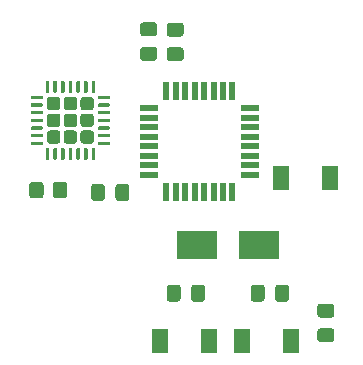
<source format=gtp>
%TF.GenerationSoftware,KiCad,Pcbnew,(5.1.12)-1*%
%TF.CreationDate,2021-12-20T15:12:04-08:00*%
%TF.ProjectId,controlBoard,636f6e74-726f-46c4-926f-6172642e6b69,rev?*%
%TF.SameCoordinates,Original*%
%TF.FileFunction,Paste,Top*%
%TF.FilePolarity,Positive*%
%FSLAX46Y46*%
G04 Gerber Fmt 4.6, Leading zero omitted, Abs format (unit mm)*
G04 Created by KiCad (PCBNEW (5.1.12)-1) date 2021-12-20 15:12:04*
%MOMM*%
%LPD*%
G01*
G04 APERTURE LIST*
%ADD10R,1.600000X0.550000*%
%ADD11R,0.550000X1.600000*%
%ADD12R,1.350000X2.000000*%
%ADD13R,3.500000X2.400000*%
G04 APERTURE END LIST*
D10*
X152050000Y-84186000D03*
X152050000Y-83386000D03*
X152050000Y-82586000D03*
X152050000Y-81786000D03*
X152050000Y-80986000D03*
X152050000Y-80186000D03*
X152050000Y-79386000D03*
X152050000Y-78586000D03*
D11*
X153500000Y-77136000D03*
X154300000Y-77136000D03*
X155100000Y-77136000D03*
X155900000Y-77136000D03*
X156700000Y-77136000D03*
X157500000Y-77136000D03*
X158300000Y-77136000D03*
X159100000Y-77136000D03*
D10*
X160550000Y-78586000D03*
X160550000Y-79386000D03*
X160550000Y-80186000D03*
X160550000Y-80986000D03*
X160550000Y-81786000D03*
X160550000Y-82586000D03*
X160550000Y-83386000D03*
X160550000Y-84186000D03*
D11*
X159100000Y-85636000D03*
X158300000Y-85636000D03*
X157500000Y-85636000D03*
X156700000Y-85636000D03*
X155900000Y-85636000D03*
X155100000Y-85636000D03*
X154300000Y-85636000D03*
X153500000Y-85636000D03*
D12*
X164075000Y-98250000D03*
X159925000Y-98250000D03*
X152925000Y-98250000D03*
X157075000Y-98250000D03*
X163175000Y-84500000D03*
X167325000Y-84500000D03*
D13*
X161313000Y-90174400D03*
X156113000Y-90174400D03*
G36*
G01*
X154725000Y-72512500D02*
X153775000Y-72512500D01*
G75*
G02*
X153525000Y-72262500I0J250000D01*
G01*
X153525000Y-71587500D01*
G75*
G02*
X153775000Y-71337500I250000J0D01*
G01*
X154725000Y-71337500D01*
G75*
G02*
X154975000Y-71587500I0J-250000D01*
G01*
X154975000Y-72262500D01*
G75*
G02*
X154725000Y-72512500I-250000J0D01*
G01*
G37*
G36*
G01*
X154725000Y-74587500D02*
X153775000Y-74587500D01*
G75*
G02*
X153525000Y-74337500I0J250000D01*
G01*
X153525000Y-73662500D01*
G75*
G02*
X153775000Y-73412500I250000J0D01*
G01*
X154725000Y-73412500D01*
G75*
G02*
X154975000Y-73662500I0J-250000D01*
G01*
X154975000Y-74337500D01*
G75*
G02*
X154725000Y-74587500I-250000J0D01*
G01*
G37*
G36*
G01*
X166525000Y-97200000D02*
X167475000Y-97200000D01*
G75*
G02*
X167725000Y-97450000I0J-250000D01*
G01*
X167725000Y-98125000D01*
G75*
G02*
X167475000Y-98375000I-250000J0D01*
G01*
X166525000Y-98375000D01*
G75*
G02*
X166275000Y-98125000I0J250000D01*
G01*
X166275000Y-97450000D01*
G75*
G02*
X166525000Y-97200000I250000J0D01*
G01*
G37*
G36*
G01*
X166525000Y-95125000D02*
X167475000Y-95125000D01*
G75*
G02*
X167725000Y-95375000I0J-250000D01*
G01*
X167725000Y-96050000D01*
G75*
G02*
X167475000Y-96300000I-250000J0D01*
G01*
X166525000Y-96300000D01*
G75*
G02*
X166275000Y-96050000I0J250000D01*
G01*
X166275000Y-95375000D01*
G75*
G02*
X166525000Y-95125000I250000J0D01*
G01*
G37*
G36*
G01*
X147253000Y-76250000D02*
X147403000Y-76250000D01*
G75*
G02*
X147478000Y-76325000I0J-75000D01*
G01*
X147478000Y-77200000D01*
G75*
G02*
X147403000Y-77275000I-75000J0D01*
G01*
X147253000Y-77275000D01*
G75*
G02*
X147178000Y-77200000I0J75000D01*
G01*
X147178000Y-76325000D01*
G75*
G02*
X147253000Y-76250000I75000J0D01*
G01*
G37*
G36*
G01*
X146603000Y-76250000D02*
X146753000Y-76250000D01*
G75*
G02*
X146828000Y-76325000I0J-75000D01*
G01*
X146828000Y-77200000D01*
G75*
G02*
X146753000Y-77275000I-75000J0D01*
G01*
X146603000Y-77275000D01*
G75*
G02*
X146528000Y-77200000I0J75000D01*
G01*
X146528000Y-76325000D01*
G75*
G02*
X146603000Y-76250000I75000J0D01*
G01*
G37*
G36*
G01*
X145953000Y-76250000D02*
X146103000Y-76250000D01*
G75*
G02*
X146178000Y-76325000I0J-75000D01*
G01*
X146178000Y-77200000D01*
G75*
G02*
X146103000Y-77275000I-75000J0D01*
G01*
X145953000Y-77275000D01*
G75*
G02*
X145878000Y-77200000I0J75000D01*
G01*
X145878000Y-76325000D01*
G75*
G02*
X145953000Y-76250000I75000J0D01*
G01*
G37*
G36*
G01*
X145303000Y-76250000D02*
X145453000Y-76250000D01*
G75*
G02*
X145528000Y-76325000I0J-75000D01*
G01*
X145528000Y-77200000D01*
G75*
G02*
X145453000Y-77275000I-75000J0D01*
G01*
X145303000Y-77275000D01*
G75*
G02*
X145228000Y-77200000I0J75000D01*
G01*
X145228000Y-76325000D01*
G75*
G02*
X145303000Y-76250000I75000J0D01*
G01*
G37*
G36*
G01*
X144653000Y-76250000D02*
X144803000Y-76250000D01*
G75*
G02*
X144878000Y-76325000I0J-75000D01*
G01*
X144878000Y-77200000D01*
G75*
G02*
X144803000Y-77275000I-75000J0D01*
G01*
X144653000Y-77275000D01*
G75*
G02*
X144578000Y-77200000I0J75000D01*
G01*
X144578000Y-76325000D01*
G75*
G02*
X144653000Y-76250000I75000J0D01*
G01*
G37*
G36*
G01*
X144003000Y-76250000D02*
X144153000Y-76250000D01*
G75*
G02*
X144228000Y-76325000I0J-75000D01*
G01*
X144228000Y-77200000D01*
G75*
G02*
X144153000Y-77275000I-75000J0D01*
G01*
X144003000Y-77275000D01*
G75*
G02*
X143928000Y-77200000I0J75000D01*
G01*
X143928000Y-76325000D01*
G75*
G02*
X144003000Y-76250000I75000J0D01*
G01*
G37*
G36*
G01*
X143353000Y-76250000D02*
X143503000Y-76250000D01*
G75*
G02*
X143578000Y-76325000I0J-75000D01*
G01*
X143578000Y-77200000D01*
G75*
G02*
X143503000Y-77275000I-75000J0D01*
G01*
X143353000Y-77275000D01*
G75*
G02*
X143278000Y-77200000I0J75000D01*
G01*
X143278000Y-76325000D01*
G75*
G02*
X143353000Y-76250000I75000J0D01*
G01*
G37*
G36*
G01*
X142103000Y-77500000D02*
X142978000Y-77500000D01*
G75*
G02*
X143053000Y-77575000I0J-75000D01*
G01*
X143053000Y-77725000D01*
G75*
G02*
X142978000Y-77800000I-75000J0D01*
G01*
X142103000Y-77800000D01*
G75*
G02*
X142028000Y-77725000I0J75000D01*
G01*
X142028000Y-77575000D01*
G75*
G02*
X142103000Y-77500000I75000J0D01*
G01*
G37*
G36*
G01*
X142103000Y-78150000D02*
X142978000Y-78150000D01*
G75*
G02*
X143053000Y-78225000I0J-75000D01*
G01*
X143053000Y-78375000D01*
G75*
G02*
X142978000Y-78450000I-75000J0D01*
G01*
X142103000Y-78450000D01*
G75*
G02*
X142028000Y-78375000I0J75000D01*
G01*
X142028000Y-78225000D01*
G75*
G02*
X142103000Y-78150000I75000J0D01*
G01*
G37*
G36*
G01*
X142103000Y-78800000D02*
X142978000Y-78800000D01*
G75*
G02*
X143053000Y-78875000I0J-75000D01*
G01*
X143053000Y-79025000D01*
G75*
G02*
X142978000Y-79100000I-75000J0D01*
G01*
X142103000Y-79100000D01*
G75*
G02*
X142028000Y-79025000I0J75000D01*
G01*
X142028000Y-78875000D01*
G75*
G02*
X142103000Y-78800000I75000J0D01*
G01*
G37*
G36*
G01*
X142103000Y-79450000D02*
X142978000Y-79450000D01*
G75*
G02*
X143053000Y-79525000I0J-75000D01*
G01*
X143053000Y-79675000D01*
G75*
G02*
X142978000Y-79750000I-75000J0D01*
G01*
X142103000Y-79750000D01*
G75*
G02*
X142028000Y-79675000I0J75000D01*
G01*
X142028000Y-79525000D01*
G75*
G02*
X142103000Y-79450000I75000J0D01*
G01*
G37*
G36*
G01*
X142103000Y-80100000D02*
X142978000Y-80100000D01*
G75*
G02*
X143053000Y-80175000I0J-75000D01*
G01*
X143053000Y-80325000D01*
G75*
G02*
X142978000Y-80400000I-75000J0D01*
G01*
X142103000Y-80400000D01*
G75*
G02*
X142028000Y-80325000I0J75000D01*
G01*
X142028000Y-80175000D01*
G75*
G02*
X142103000Y-80100000I75000J0D01*
G01*
G37*
G36*
G01*
X142103000Y-80750000D02*
X142978000Y-80750000D01*
G75*
G02*
X143053000Y-80825000I0J-75000D01*
G01*
X143053000Y-80975000D01*
G75*
G02*
X142978000Y-81050000I-75000J0D01*
G01*
X142103000Y-81050000D01*
G75*
G02*
X142028000Y-80975000I0J75000D01*
G01*
X142028000Y-80825000D01*
G75*
G02*
X142103000Y-80750000I75000J0D01*
G01*
G37*
G36*
G01*
X142103000Y-81400000D02*
X142978000Y-81400000D01*
G75*
G02*
X143053000Y-81475000I0J-75000D01*
G01*
X143053000Y-81625000D01*
G75*
G02*
X142978000Y-81700000I-75000J0D01*
G01*
X142103000Y-81700000D01*
G75*
G02*
X142028000Y-81625000I0J75000D01*
G01*
X142028000Y-81475000D01*
G75*
G02*
X142103000Y-81400000I75000J0D01*
G01*
G37*
G36*
G01*
X143353000Y-81925000D02*
X143503000Y-81925000D01*
G75*
G02*
X143578000Y-82000000I0J-75000D01*
G01*
X143578000Y-82875000D01*
G75*
G02*
X143503000Y-82950000I-75000J0D01*
G01*
X143353000Y-82950000D01*
G75*
G02*
X143278000Y-82875000I0J75000D01*
G01*
X143278000Y-82000000D01*
G75*
G02*
X143353000Y-81925000I75000J0D01*
G01*
G37*
G36*
G01*
X144003000Y-81925000D02*
X144153000Y-81925000D01*
G75*
G02*
X144228000Y-82000000I0J-75000D01*
G01*
X144228000Y-82875000D01*
G75*
G02*
X144153000Y-82950000I-75000J0D01*
G01*
X144003000Y-82950000D01*
G75*
G02*
X143928000Y-82875000I0J75000D01*
G01*
X143928000Y-82000000D01*
G75*
G02*
X144003000Y-81925000I75000J0D01*
G01*
G37*
G36*
G01*
X144653000Y-81925000D02*
X144803000Y-81925000D01*
G75*
G02*
X144878000Y-82000000I0J-75000D01*
G01*
X144878000Y-82875000D01*
G75*
G02*
X144803000Y-82950000I-75000J0D01*
G01*
X144653000Y-82950000D01*
G75*
G02*
X144578000Y-82875000I0J75000D01*
G01*
X144578000Y-82000000D01*
G75*
G02*
X144653000Y-81925000I75000J0D01*
G01*
G37*
G36*
G01*
X145303000Y-81925000D02*
X145453000Y-81925000D01*
G75*
G02*
X145528000Y-82000000I0J-75000D01*
G01*
X145528000Y-82875000D01*
G75*
G02*
X145453000Y-82950000I-75000J0D01*
G01*
X145303000Y-82950000D01*
G75*
G02*
X145228000Y-82875000I0J75000D01*
G01*
X145228000Y-82000000D01*
G75*
G02*
X145303000Y-81925000I75000J0D01*
G01*
G37*
G36*
G01*
X145953000Y-81925000D02*
X146103000Y-81925000D01*
G75*
G02*
X146178000Y-82000000I0J-75000D01*
G01*
X146178000Y-82875000D01*
G75*
G02*
X146103000Y-82950000I-75000J0D01*
G01*
X145953000Y-82950000D01*
G75*
G02*
X145878000Y-82875000I0J75000D01*
G01*
X145878000Y-82000000D01*
G75*
G02*
X145953000Y-81925000I75000J0D01*
G01*
G37*
G36*
G01*
X146603000Y-81925000D02*
X146753000Y-81925000D01*
G75*
G02*
X146828000Y-82000000I0J-75000D01*
G01*
X146828000Y-82875000D01*
G75*
G02*
X146753000Y-82950000I-75000J0D01*
G01*
X146603000Y-82950000D01*
G75*
G02*
X146528000Y-82875000I0J75000D01*
G01*
X146528000Y-82000000D01*
G75*
G02*
X146603000Y-81925000I75000J0D01*
G01*
G37*
G36*
G01*
X147253000Y-81925000D02*
X147403000Y-81925000D01*
G75*
G02*
X147478000Y-82000000I0J-75000D01*
G01*
X147478000Y-82875000D01*
G75*
G02*
X147403000Y-82950000I-75000J0D01*
G01*
X147253000Y-82950000D01*
G75*
G02*
X147178000Y-82875000I0J75000D01*
G01*
X147178000Y-82000000D01*
G75*
G02*
X147253000Y-81925000I75000J0D01*
G01*
G37*
G36*
G01*
X147778000Y-81400000D02*
X148653000Y-81400000D01*
G75*
G02*
X148728000Y-81475000I0J-75000D01*
G01*
X148728000Y-81625000D01*
G75*
G02*
X148653000Y-81700000I-75000J0D01*
G01*
X147778000Y-81700000D01*
G75*
G02*
X147703000Y-81625000I0J75000D01*
G01*
X147703000Y-81475000D01*
G75*
G02*
X147778000Y-81400000I75000J0D01*
G01*
G37*
G36*
G01*
X147778000Y-80750000D02*
X148653000Y-80750000D01*
G75*
G02*
X148728000Y-80825000I0J-75000D01*
G01*
X148728000Y-80975000D01*
G75*
G02*
X148653000Y-81050000I-75000J0D01*
G01*
X147778000Y-81050000D01*
G75*
G02*
X147703000Y-80975000I0J75000D01*
G01*
X147703000Y-80825000D01*
G75*
G02*
X147778000Y-80750000I75000J0D01*
G01*
G37*
G36*
G01*
X147778000Y-80100000D02*
X148653000Y-80100000D01*
G75*
G02*
X148728000Y-80175000I0J-75000D01*
G01*
X148728000Y-80325000D01*
G75*
G02*
X148653000Y-80400000I-75000J0D01*
G01*
X147778000Y-80400000D01*
G75*
G02*
X147703000Y-80325000I0J75000D01*
G01*
X147703000Y-80175000D01*
G75*
G02*
X147778000Y-80100000I75000J0D01*
G01*
G37*
G36*
G01*
X147778000Y-79450000D02*
X148653000Y-79450000D01*
G75*
G02*
X148728000Y-79525000I0J-75000D01*
G01*
X148728000Y-79675000D01*
G75*
G02*
X148653000Y-79750000I-75000J0D01*
G01*
X147778000Y-79750000D01*
G75*
G02*
X147703000Y-79675000I0J75000D01*
G01*
X147703000Y-79525000D01*
G75*
G02*
X147778000Y-79450000I75000J0D01*
G01*
G37*
G36*
G01*
X147778000Y-78800000D02*
X148653000Y-78800000D01*
G75*
G02*
X148728000Y-78875000I0J-75000D01*
G01*
X148728000Y-79025000D01*
G75*
G02*
X148653000Y-79100000I-75000J0D01*
G01*
X147778000Y-79100000D01*
G75*
G02*
X147703000Y-79025000I0J75000D01*
G01*
X147703000Y-78875000D01*
G75*
G02*
X147778000Y-78800000I75000J0D01*
G01*
G37*
G36*
G01*
X147778000Y-78150000D02*
X148653000Y-78150000D01*
G75*
G02*
X148728000Y-78225000I0J-75000D01*
G01*
X148728000Y-78375000D01*
G75*
G02*
X148653000Y-78450000I-75000J0D01*
G01*
X147778000Y-78450000D01*
G75*
G02*
X147703000Y-78375000I0J75000D01*
G01*
X147703000Y-78225000D01*
G75*
G02*
X147778000Y-78150000I75000J0D01*
G01*
G37*
G36*
G01*
X147778000Y-77500000D02*
X148653000Y-77500000D01*
G75*
G02*
X148728000Y-77575000I0J-75000D01*
G01*
X148728000Y-77725000D01*
G75*
G02*
X148653000Y-77800000I-75000J0D01*
G01*
X147778000Y-77800000D01*
G75*
G02*
X147703000Y-77725000I0J75000D01*
G01*
X147703000Y-77575000D01*
G75*
G02*
X147778000Y-77500000I75000J0D01*
G01*
G37*
G36*
G01*
X146477998Y-77610000D02*
X147118002Y-77610000D01*
G75*
G02*
X147368000Y-77859998I0J-249998D01*
G01*
X147368000Y-78500002D01*
G75*
G02*
X147118002Y-78750000I-249998J0D01*
G01*
X146477998Y-78750000D01*
G75*
G02*
X146228000Y-78500002I0J249998D01*
G01*
X146228000Y-77859998D01*
G75*
G02*
X146477998Y-77610000I249998J0D01*
G01*
G37*
G36*
G01*
X145057998Y-77610000D02*
X145698002Y-77610000D01*
G75*
G02*
X145948000Y-77859998I0J-249998D01*
G01*
X145948000Y-78500002D01*
G75*
G02*
X145698002Y-78750000I-249998J0D01*
G01*
X145057998Y-78750000D01*
G75*
G02*
X144808000Y-78500002I0J249998D01*
G01*
X144808000Y-77859998D01*
G75*
G02*
X145057998Y-77610000I249998J0D01*
G01*
G37*
G36*
G01*
X143637998Y-77610000D02*
X144278002Y-77610000D01*
G75*
G02*
X144528000Y-77859998I0J-249998D01*
G01*
X144528000Y-78500002D01*
G75*
G02*
X144278002Y-78750000I-249998J0D01*
G01*
X143637998Y-78750000D01*
G75*
G02*
X143388000Y-78500002I0J249998D01*
G01*
X143388000Y-77859998D01*
G75*
G02*
X143637998Y-77610000I249998J0D01*
G01*
G37*
G36*
G01*
X146477998Y-79030000D02*
X147118002Y-79030000D01*
G75*
G02*
X147368000Y-79279998I0J-249998D01*
G01*
X147368000Y-79920002D01*
G75*
G02*
X147118002Y-80170000I-249998J0D01*
G01*
X146477998Y-80170000D01*
G75*
G02*
X146228000Y-79920002I0J249998D01*
G01*
X146228000Y-79279998D01*
G75*
G02*
X146477998Y-79030000I249998J0D01*
G01*
G37*
G36*
G01*
X145057998Y-79030000D02*
X145698002Y-79030000D01*
G75*
G02*
X145948000Y-79279998I0J-249998D01*
G01*
X145948000Y-79920002D01*
G75*
G02*
X145698002Y-80170000I-249998J0D01*
G01*
X145057998Y-80170000D01*
G75*
G02*
X144808000Y-79920002I0J249998D01*
G01*
X144808000Y-79279998D01*
G75*
G02*
X145057998Y-79030000I249998J0D01*
G01*
G37*
G36*
G01*
X143637998Y-79030000D02*
X144278002Y-79030000D01*
G75*
G02*
X144528000Y-79279998I0J-249998D01*
G01*
X144528000Y-79920002D01*
G75*
G02*
X144278002Y-80170000I-249998J0D01*
G01*
X143637998Y-80170000D01*
G75*
G02*
X143388000Y-79920002I0J249998D01*
G01*
X143388000Y-79279998D01*
G75*
G02*
X143637998Y-79030000I249998J0D01*
G01*
G37*
G36*
G01*
X146477998Y-80450000D02*
X147118002Y-80450000D01*
G75*
G02*
X147368000Y-80699998I0J-249998D01*
G01*
X147368000Y-81340002D01*
G75*
G02*
X147118002Y-81590000I-249998J0D01*
G01*
X146477998Y-81590000D01*
G75*
G02*
X146228000Y-81340002I0J249998D01*
G01*
X146228000Y-80699998D01*
G75*
G02*
X146477998Y-80450000I249998J0D01*
G01*
G37*
G36*
G01*
X145057998Y-80450000D02*
X145698002Y-80450000D01*
G75*
G02*
X145948000Y-80699998I0J-249998D01*
G01*
X145948000Y-81340002D01*
G75*
G02*
X145698002Y-81590000I-249998J0D01*
G01*
X145057998Y-81590000D01*
G75*
G02*
X144808000Y-81340002I0J249998D01*
G01*
X144808000Y-80699998D01*
G75*
G02*
X145057998Y-80450000I249998J0D01*
G01*
G37*
G36*
G01*
X143637998Y-80450000D02*
X144278002Y-80450000D01*
G75*
G02*
X144528000Y-80699998I0J-249998D01*
G01*
X144528000Y-81340002D01*
G75*
G02*
X144278002Y-81590000I-249998J0D01*
G01*
X143637998Y-81590000D01*
G75*
G02*
X143388000Y-81340002I0J249998D01*
G01*
X143388000Y-80699998D01*
G75*
G02*
X143637998Y-80450000I249998J0D01*
G01*
G37*
G36*
G01*
X143900000Y-85950001D02*
X143900000Y-85049999D01*
G75*
G02*
X144149999Y-84800000I249999J0D01*
G01*
X144850001Y-84800000D01*
G75*
G02*
X145100000Y-85049999I0J-249999D01*
G01*
X145100000Y-85950001D01*
G75*
G02*
X144850001Y-86200000I-249999J0D01*
G01*
X144149999Y-86200000D01*
G75*
G02*
X143900000Y-85950001I0J249999D01*
G01*
G37*
G36*
G01*
X141900000Y-85950001D02*
X141900000Y-85049999D01*
G75*
G02*
X142149999Y-84800000I249999J0D01*
G01*
X142850001Y-84800000D01*
G75*
G02*
X143100000Y-85049999I0J-249999D01*
G01*
X143100000Y-85950001D01*
G75*
G02*
X142850001Y-86200000I-249999J0D01*
G01*
X142149999Y-86200000D01*
G75*
G02*
X141900000Y-85950001I0J249999D01*
G01*
G37*
G36*
G01*
X151525000Y-73377800D02*
X152475000Y-73377800D01*
G75*
G02*
X152725000Y-73627800I0J-250000D01*
G01*
X152725000Y-74302800D01*
G75*
G02*
X152475000Y-74552800I-250000J0D01*
G01*
X151525000Y-74552800D01*
G75*
G02*
X151275000Y-74302800I0J250000D01*
G01*
X151275000Y-73627800D01*
G75*
G02*
X151525000Y-73377800I250000J0D01*
G01*
G37*
G36*
G01*
X151525000Y-71302800D02*
X152475000Y-71302800D01*
G75*
G02*
X152725000Y-71552800I0J-250000D01*
G01*
X152725000Y-72227800D01*
G75*
G02*
X152475000Y-72477800I-250000J0D01*
G01*
X151525000Y-72477800D01*
G75*
G02*
X151275000Y-72227800I0J250000D01*
G01*
X151275000Y-71552800D01*
G75*
G02*
X151525000Y-71302800I250000J0D01*
G01*
G37*
G36*
G01*
X162719000Y-94713400D02*
X162719000Y-93763400D01*
G75*
G02*
X162969000Y-93513400I250000J0D01*
G01*
X163644000Y-93513400D01*
G75*
G02*
X163894000Y-93763400I0J-250000D01*
G01*
X163894000Y-94713400D01*
G75*
G02*
X163644000Y-94963400I-250000J0D01*
G01*
X162969000Y-94963400D01*
G75*
G02*
X162719000Y-94713400I0J250000D01*
G01*
G37*
G36*
G01*
X160644000Y-94713400D02*
X160644000Y-93763400D01*
G75*
G02*
X160894000Y-93513400I250000J0D01*
G01*
X161569000Y-93513400D01*
G75*
G02*
X161819000Y-93763400I0J-250000D01*
G01*
X161819000Y-94713400D01*
G75*
G02*
X161569000Y-94963400I-250000J0D01*
G01*
X160894000Y-94963400D01*
G75*
G02*
X160644000Y-94713400I0J250000D01*
G01*
G37*
G36*
G01*
X154707000Y-93763400D02*
X154707000Y-94713400D01*
G75*
G02*
X154457000Y-94963400I-250000J0D01*
G01*
X153782000Y-94963400D01*
G75*
G02*
X153532000Y-94713400I0J250000D01*
G01*
X153532000Y-93763400D01*
G75*
G02*
X153782000Y-93513400I250000J0D01*
G01*
X154457000Y-93513400D01*
G75*
G02*
X154707000Y-93763400I0J-250000D01*
G01*
G37*
G36*
G01*
X156782000Y-93763400D02*
X156782000Y-94713400D01*
G75*
G02*
X156532000Y-94963400I-250000J0D01*
G01*
X155857000Y-94963400D01*
G75*
G02*
X155607000Y-94713400I0J250000D01*
G01*
X155607000Y-93763400D01*
G75*
G02*
X155857000Y-93513400I250000J0D01*
G01*
X156532000Y-93513400D01*
G75*
G02*
X156782000Y-93763400I0J-250000D01*
G01*
G37*
G36*
G01*
X147118500Y-86179000D02*
X147118500Y-85229000D01*
G75*
G02*
X147368500Y-84979000I250000J0D01*
G01*
X148043500Y-84979000D01*
G75*
G02*
X148293500Y-85229000I0J-250000D01*
G01*
X148293500Y-86179000D01*
G75*
G02*
X148043500Y-86429000I-250000J0D01*
G01*
X147368500Y-86429000D01*
G75*
G02*
X147118500Y-86179000I0J250000D01*
G01*
G37*
G36*
G01*
X149193500Y-86179000D02*
X149193500Y-85229000D01*
G75*
G02*
X149443500Y-84979000I250000J0D01*
G01*
X150118500Y-84979000D01*
G75*
G02*
X150368500Y-85229000I0J-250000D01*
G01*
X150368500Y-86179000D01*
G75*
G02*
X150118500Y-86429000I-250000J0D01*
G01*
X149443500Y-86429000D01*
G75*
G02*
X149193500Y-86179000I0J250000D01*
G01*
G37*
M02*

</source>
